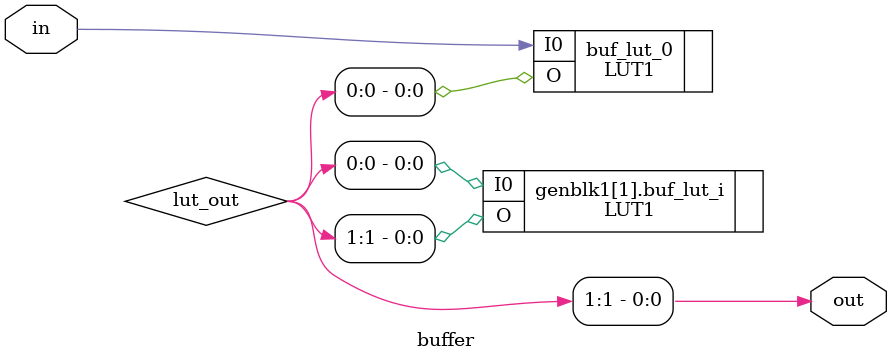
<source format=v>

`ifndef BUFFER
`define BUFFER

module buffer #(parameter NUM_LUTS = 2)
               (input  wire in,
	        output wire out);

    `ifdef SIM
        reg o_reg;
        assign out = o_reg;
        always @(in) begin
            #1 o_reg = in;
        end
    `else
	wire [NUM_LUTS-1 : 0] lut_out;
        (* dont_touch = "yes" *) LUT1 #(.INIT(2'b10)) buf_lut_0 (.I0(in), .O(lut_out[0]));
        genvar i;
	generate for (i = 1; i < NUM_LUTS; i = i+1) begin	
            (* dont_touch = "yes" *) LUT1 #(.INIT(2'b10)) buf_lut_i (.I0(lut_out[i-1]), .O(lut_out[i]));
	end endgenerate
	assign out = lut_out[NUM_LUTS-1];
    `endif
endmodule

`endif

</source>
